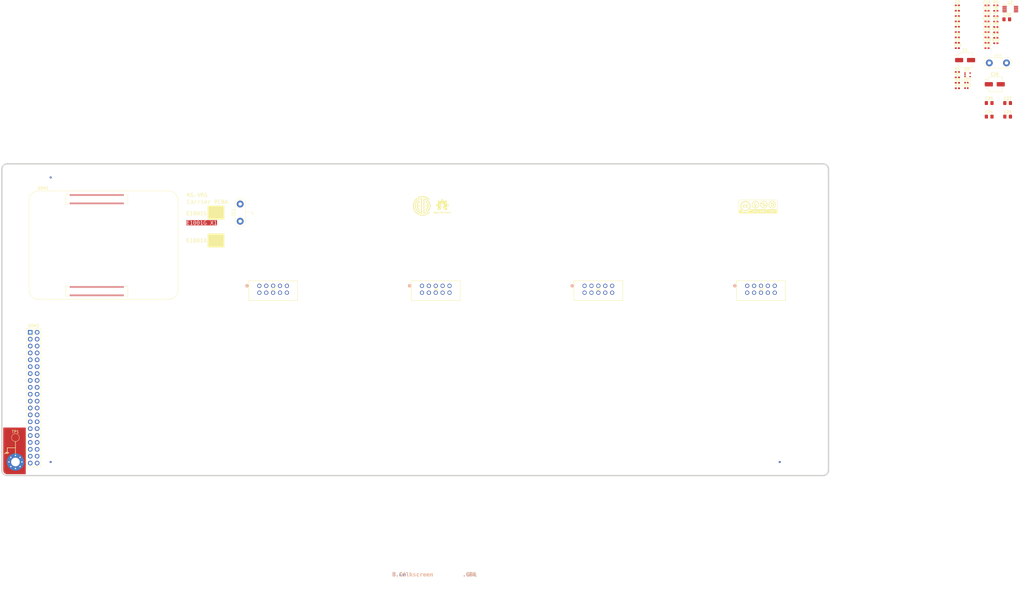
<source format=kicad_pcb>
(kicad_pcb
	(version 20241229)
	(generator "pcbnew")
	(generator_version "9.0")
	(general
		(thickness 1.6)
		(legacy_teardrops no)
	)
	(paper "USLegal")
	(layers
		(0 "F.Cu" signal)
		(4 "In1.Cu" signal)
		(6 "In2.Cu" signal)
		(2 "B.Cu" signal)
		(9 "F.Adhes" user "F.Adhesive")
		(11 "B.Adhes" user "B.Adhesive")
		(13 "F.Paste" user)
		(15 "B.Paste" user)
		(5 "F.SilkS" user "F.Silkscreen")
		(7 "B.SilkS" user "B.Silkscreen")
		(1 "F.Mask" user)
		(3 "B.Mask" user)
		(17 "Dwgs.User" user "User.Drawings")
		(19 "Cmts.User" user "User.Comments")
		(21 "Eco1.User" user "User.Eco1")
		(23 "Eco2.User" user "User.Eco2")
		(25 "Edge.Cuts" user "Board.Outline")
		(27 "Margin" user)
		(31 "F.CrtYd" user "F.Courtyard")
		(29 "B.CrtYd" user "B.Courtyard")
		(35 "F.Fab" user "F.Assembly")
		(33 "B.Fab" user "B.Assembly")
		(39 "User.1" user "Gerber.Title.Block")
		(41 "User.2" user "F.FabNotes")
		(43 "User.3" user "F.FabNotes2")
		(45 "User.4" user "B.FabNotes")
		(47 "User.5" user "B.FabNotes2")
		(49 "User.6" user)
		(51 "User.7" user)
		(53 "User.8" user)
		(55 "User.9" user)
	)
	(setup
		(stackup
			(layer "F.SilkS"
				(type "Top Silk Screen")
			)
			(layer "F.Paste"
				(type "Top Solder Paste")
			)
			(layer "F.Mask"
				(type "Top Solder Mask")
				(thickness 0.01)
			)
			(layer "F.Cu"
				(type "copper")
				(thickness 0.035)
			)
			(layer "dielectric 1"
				(type "prepreg")
				(thickness 0.1)
				(material "FR4")
				(epsilon_r 4.5)
				(loss_tangent 0.02)
			)
			(layer "In1.Cu"
				(type "copper")
				(thickness 0.035)
			)
			(layer "dielectric 2"
				(type "core")
				(thickness 1.24)
				(material "FR4")
				(epsilon_r 4.5)
				(loss_tangent 0.02)
			)
			(layer "In2.Cu"
				(type "copper")
				(thickness 0.035)
			)
			(layer "dielectric 3"
				(type "prepreg")
				(thickness 0.1)
				(material "FR4")
				(epsilon_r 4.5)
				(loss_tangent 0.02)
			)
			(layer "B.Cu"
				(type "copper")
				(thickness 0.035)
			)
			(layer "B.Mask"
				(type "Bottom Solder Mask")
				(thickness 0.01)
			)
			(layer "B.Paste"
				(type "Bottom Solder Paste")
			)
			(layer "B.SilkS"
				(type "Bottom Silk Screen")
			)
			(copper_finish "ENIG")
			(dielectric_constraints no)
		)
		(pad_to_mask_clearance 0)
		(allow_soldermask_bridges_in_footprints no)
		(tenting front back)
		(aux_axis_origin 100 150)
		(grid_origin 100 150)
		(pcbplotparams
			(layerselection 0x00000000_00000000_55555555_5755f5ff)
			(plot_on_all_layers_selection 0x00000000_00000000_00000080_02000000)
			(disableapertmacros no)
			(usegerberextensions yes)
			(usegerberattributes yes)
			(usegerberadvancedattributes yes)
			(creategerberjobfile yes)
			(dashed_line_dash_ratio 12.000000)
			(dashed_line_gap_ratio 3.000000)
			(svgprecision 4)
			(plotframeref no)
			(mode 1)
			(useauxorigin yes)
			(hpglpennumber 1)
			(hpglpenspeed 20)
			(hpglpendiameter 15.000000)
			(pdf_front_fp_property_popups yes)
			(pdf_back_fp_property_popups yes)
			(pdf_metadata yes)
			(pdf_single_document no)
			(dxfpolygonmode yes)
			(dxfimperialunits yes)
			(dxfusepcbnewfont yes)
			(psnegative no)
			(psa4output no)
			(plot_black_and_white yes)
			(sketchpadsonfab no)
			(plotpadnumbers no)
			(hidednponfab no)
			(sketchdnponfab yes)
			(crossoutdnponfab yes)
			(subtractmaskfromsilk no)
			(outputformat 1)
			(mirror no)
			(drillshape 0)
			(scaleselection 1)
			(outputdirectory "2_Fabrication/artwork/")
		)
	)
	(property "art_checked_date" "<art checked date>")
	(property "art_checker" "<art checker>")
	(property "art_eng" "<art engineer>")
	(property "art_eng_date" "<art engineer date>")
	(property "art_prj_eng_date" "<art prj eng date>")
	(property "art_rev" "X1")
	(property "base_pn" "E1001")
	(property "pcb_checked_date" "<pcb checked date>")
	(property "pcb_checker" "<pcb checker>")
	(property "pcb_eng" "<pcb engineer>")
	(property "pcb_eng_date" "<pcb engineer date>")
	(property "pcb_prj_eng_date" "<pcb prj eng date>")
	(property "pcb_rev" "X1")
	(property "pcba_checked_date" "<pcba checked date>")
	(property "pcba_checker" "<pcba checker>")
	(property "pcba_eng" "<pcba engineer>")
	(property "pcba_eng_date" "<pcba engineer date>")
	(property "pcba_name" "Carrier PCBA")
	(property "pcba_prj_eng_date" "<pcba prj eng date>")
	(property "pcba_rev" "X1")
	(property "prj_eng" "D. CLARK")
	(property "prj_license" "<prj license>")
	(property "prj_name" "KG-VRS")
	(property "sch_checked_date" "<sch checked date>")
	(property "sch_checker" "<sch checker>")
	(property "sch_eng" "D. CLARK")
	(property "sch_eng_date" "<sch engineer date>")
	(property "sch_prj_eng_date" "<sch prj eng date>")
	(property "sch_rev" "X1")
	(net 0 "")
	(net 1 "Earth")
	(net 2 "GND")
	(net 3 "+5V")
	(net 4 "+3V3_SOM")
	(net 5 "+1V8_SOM")
	(net 6 "+3V3")
	(net 7 "Net-(U3-XTALIN{slash}CLKIN)")
	(net 8 "Net-(U3-XTALOUT)")
	(net 9 "/Schematic Top Sheet/USB/VBUS_USB_HUB")
	(net 10 "Net-(LED1-A)")
	(net 11 "Net-(LED1-K)")
	(net 12 "Net-(LED2-K)")
	(net 13 "Net-(LED2-A)")
	(net 14 "/Schematic Top Sheet/MCU/WL_~{DISABLE}")
	(net 15 "/Schematic Top Sheet/MCU/BT_~{DISABLE}")
	(net 16 "Net-(U3-SDA{slash}SMBDATA{slash}NON_REM1)")
	(net 17 "Net-(U3-SCL{slash}SMBSCLK{slash}CFG_SEL0)")
	(net 18 "Net-(U3-HS_IND{slash}CFG_SEL1)")
	(net 19 "/Schematic Top Sheet/USB/VBUS_OTG")
	(net 20 "/Schematic Top Sheet/USB/EN_USB_OTG")
	(net 21 "Net-(U3-SUSP_IND{slash}LOCAL_PWR{slash}NON_REM0)")
	(net 22 "Net-(U3-RBIAS)")
	(net 23 "Net-(U5-ILIM)")
	(net 24 "unconnected-(SOM1B-SCL0-Pad80)")
	(net 25 "unconnected-(SOM1B-GPIO23-Pad47)")
	(net 26 "unconnected-(SOM1B-GPIO9-Pad40)")
	(net 27 "unconnected-(SOM1B-ID_SC-Pad35)")
	(net 28 "unconnected-(SOM1F-ETHERNET_SYNC_OUT-Pad18)")
	(net 29 "unconnected-(SOM1B-GPIO8-Pad39)")
	(net 30 "/Schematic Top Sheet/MCU/PI_LED_~{ACTIVITY}")
	(net 31 "unconnected-(SOM1B-GPIO25-Pad41)")
	(net 32 "/Schematic Top Sheet/MCU/EN_USB_OTG")
	(net 33 "unconnected-(SOM1B-GPIO12-Pad31)")
	(net 34 "unconnected-(SOM1B-GPIO20-Pad27)")
	(net 35 "unconnected-(SOM1F-ETHERNET_PAIR0_N-Pad10)")
	(net 36 "unconnected-(SOM1B-GPIO16-Pad29)")
	(net 37 "unconnected-(SOM1F-ETHERNET_PAIR2_P-Pad11)")
	(net 38 "/Schematic Top Sheet/MCU/MMDVM_TX")
	(net 39 "unconnected-(SOM1F-ETHERNET_~{LED3}-Pad19)")
	(net 40 "unconnected-(SOM1F-ETHERNET_PAIR1_P-Pad4)")
	(net 41 "unconnected-(SOM1B-GPIO13-Pad28)")
	(net 42 "unconnected-(SOM1B-GPIO18-Pad49)")
	(net 43 "unconnected-(SOM1B-GPIO6-Pad30)")
	(net 44 "unconnected-(SOM1B-GPIO22-Pad46)")
	(net 45 "unconnected-(SOM1B-GPIO21-Pad25)")
	(net 46 "unconnected-(SOM1B-GPIO4-Pad54)")
	(net 47 "unconnected-(SOM1B-GPIO10-Pad44)")
	(net 48 "unconnected-(SOM1B-GPIO11-Pad38)")
	(net 49 "unconnected-(SOM1F-ETHERNET_SYNC_IN-Pad16)")
	(net 50 "unconnected-(SOM1F-ETHERNET_PAIR3_P-Pad3)")
	(net 51 "/Schematic Top Sheet/MCU/PI_LED_~{PWR}")
	(net 52 "unconnected-(SOM1F-ETHERNET_PAIR1_N-Pad6)")
	(net 53 "unconnected-(SOM1F-ETHERNET_~{LED1}-Pad15)")
	(net 54 "/Schematic Top Sheet/MCU/D+")
	(net 55 "unconnected-(SOM1C-ANALOGIP0-Pad96)")
	(net 56 "unconnected-(SOM1B-GPIO7-Pad37)")
	(net 57 "unconnected-(SOM1B-SDA0-Pad82)")
	(net 58 "unconnected-(SOM1C-CAMERA_GPIO-Pad97)")
	(net 59 "unconnected-(SOM1B-ID_SD-Pad36)")
	(net 60 "unconnected-(SOM1B-GPIO24-Pad45)")
	(net 61 "unconnected-(SOM1B-GPIO26-Pad24)")
	(net 62 "unconnected-(SOM1F-ETHERNET_~{LED2}-Pad17)")
	(net 63 "/Schematic Top Sheet/MCU/MMDVM_SDA")
	(net 64 "unconnected-(SOM1C-ANALOGIP1-Pad94)")
	(net 65 "/Schematic Top Sheet/MCU/~{RPIBOOT}")
	(net 66 "unconnected-(SOM1F-ETHERNET_PAIR2_N-Pad9)")
	(net 67 "unconnected-(SOM1B-GPIO19-Pad26)")
	(net 68 "unconnected-(SOM1F-ETHERNET_PAIR3_N-Pad5)")
	(net 69 "unconnected-(SOM1B-GPIO5-Pad34)")
	(net 70 "unconnected-(SOM1C-GLOBAL_EN-Pad99)")
	(net 71 "unconnected-(SOM1B-GPIO27-Pad48)")
	(net 72 "unconnected-(SOM1F-ETHERNET_PAIR0_P-Pad12)")
	(net 73 "/Schematic Top Sheet/MCU/D-")
	(net 74 "/Schematic Top Sheet/MCU/~{EXTRST}")
	(net 75 "/Schematic Top Sheet/MCU/MMDVM_SCL")
	(net 76 "/Schematic Top Sheet/MCU/EEPROM_~{WP}")
	(net 77 "unconnected-(SOM1C-RUN_PG-Pad92)")
	(net 78 "unconnected-(SOM1B-GPIO17-Pad50)")
	(net 79 "/Schematic Top Sheet/MCU/MMDVM_RX")
	(net 80 "/Schematic Top Sheet/USB/USB_D-")
	(net 81 "/Schematic Top Sheet/USB/USB_HUB_D+")
	(net 82 "/Schematic Top Sheet/USB/USB_OTG_FILT_D-")
	(net 83 "/Schematic Top Sheet/USB/USB_OTG_FILT_D+")
	(net 84 "/Schematic Top Sheet/USB/USB_D+")
	(net 85 "/Schematic Top Sheet/USB/USB_HUB_D-")
	(net 86 "unconnected-(J2-Pad8)")
	(net 87 "/Schematic Top Sheet/USB/MODULE1/IN_D-")
	(net 88 "unconnected-(J2-Pad10)")
	(net 89 "/Schematic Top Sheet/USB/MODULE1/IN_D+")
	(net 90 "unconnected-(J2-Pad4)")
	(net 91 "unconnected-(J2-Pad9)")
	(net 92 "unconnected-(J2-Pad2)")
	(net 93 "unconnected-(J2-Pad6)")
	(net 94 "unconnected-(J3-Pad2)")
	(net 95 "unconnected-(J3-Pad9)")
	(net 96 "unconnected-(J3-Pad6)")
	(net 97 "unconnected-(J3-Pad4)")
	(net 98 "/Schematic Top Sheet/USB/MODULE2/IN_D+")
	(net 99 "unconnected-(J3-Pad10)")
	(net 100 "/Schematic Top Sheet/USB/MODULE2/IN_D-")
	(net 101 "unconnected-(J3-Pad8)")
	(net 102 "unconnected-(J4-Pad10)")
	(net 103 "unconnected-(J4-Pad6)")
	(net 104 "unconnected-(J4-Pad2)")
	(net 105 "/Schematic Top Sheet/USB/MODULE3/IN_D-")
	(net 106 "/Schematic Top Sheet/USB/MODULE3/IN_D+")
	(net 107 "unconnected-(J4-Pad9)")
	(net 108 "unconnected-(J4-Pad8)")
	(net 109 "unconnected-(J4-Pad4)")
	(net 110 "/Schematic Top Sheet/USB/MODULE4/IN_D-")
	(net 111 "unconnected-(J5-Pad4)")
	(net 112 "unconnected-(J5-Pad6)")
	(net 113 "/Schematic Top Sheet/USB/MODULE4/IN_D+")
	(net 114 "unconnected-(J5-Pad2)")
	(net 115 "unconnected-(J5-Pad9)")
	(net 116 "unconnected-(J5-Pad10)")
	(net 117 "unconnected-(J5-Pad8)")
	(net 118 "unconnected-(SOM2-GPIO20-Pad38)")
	(net 119 "unconnected-(SOM2-GPIO18-Pad12)")
	(net 120 "unconnected-(SOM2-GPIO0-Pad27)")
	(net 121 "unconnected-(SOM2-GPIO6-Pad31)")
	(net 122 "unconnected-(SOM2-GPIO1-Pad28)")
	(net 123 "unconnected-(SOM2-GPIO4-Pad7)")
	(net 124 "unconnected-(SOM2-GPIO13-Pad33)")
	(net 125 "unconnected-(SOM2-GPIO27-Pad13)")
	(net 126 "unconnected-(SOM2-GPIO5-Pad29)")
	(net 127 "unconnected-(SOM2-GPIO19-Pad35)")
	(net 128 "unconnected-(SOM2-GPIO12-Pad32)")
	(net 129 "unconnected-(SOM2-GPIO3-Pad5)")
	(net 130 "unconnected-(SOM2-GPIO9-Pad21)")
	(net 131 "unconnected-(SOM2-GPIO7-Pad26)")
	(net 132 "unconnected-(SOM2-GPIO26-Pad37)")
	(net 133 "unconnected-(SOM2-GPIO21-Pad40)")
	(net 134 "unconnected-(SOM2-GPIO24-Pad18)")
	(net 135 "unconnected-(SOM2-GPIO22-Pad15)")
	(net 136 "unconnected-(SOM2-GPIO14-Pad8)")
	(net 137 "unconnected-(SOM2-GPIO23-Pad16)")
	(net 138 "unconnected-(SOM2-3V3_Power-Pad17)")
	(net 139 "unconnected-(SOM2-GPIO8-Pad24)")
	(net 140 "unconnected-(SOM2-GPIO2-Pad3)")
	(net 141 "unconnected-(SOM2-GPIO25-Pad22)")
	(net 142 "unconnected-(SOM2-GPIO16-Pad36)")
	(net 143 "unconnected-(SOM2-GPIO11-Pad23)")
	(net 144 "unconnected-(SOM2-GPIO16-Pad10)_1")
	(net 145 "unconnected-(SOM2-GPIO10-Pad19)")
	(net 146 "unconnected-(SOM2-3V3_Power-Pad1)")
	(net 147 "unconnected-(SOM2-GPIO17-Pad11)")
	(footprint "Capacitor_SMD:C_0805_2012Metric_Pad1.18x1.45mm_HandSolder" (layer "F.Cu") (at 396.085 12.56))
	(footprint "Logos:footprint_ddcee_5x5" (layer "F.Cu") (at 180.25 50.5))
	(footprint "Capacitor_SMD:C_0805_2012Metric_Pad1.18x1.45mm_HandSolder" (layer "F.Cu") (at 389.275 12.56))
	(footprint "Resistor_SMD:R_0402_1005Metric_Pad0.72x0.64mm_HandSolder" (layer "F.Cu") (at 391.735 -23.44))
	(footprint "Capacitor_SMD:C_0402_1005Metric_Pad0.74x0.62mm_HandSolder" (layer "F.Cu") (at 388.485 -15.57))
	(footprint "CM4:Raspberry-Pi-4-Compute-Module" (layer "F.Cu") (at 60 65 -90))
	(footprint "Capacitor_SMD:C_0402_1005Metric_Pad0.74x0.62mm_HandSolder" (layer "F.Cu") (at 377.535 -17.54))
	(footprint "Capacitor_SMD:C_0402_1005Metric_Pad0.74x0.62mm_HandSolder" (layer "F.Cu") (at 388.485 -19.51))
	(footprint "Capacitor_SMD:C_0402_1005Metric_Pad0.74x0.62mm_HandSolder" (layer "F.Cu") (at 377.535 -19.51))
	(footprint "Logos:footprint_CC-BY-SA-NC"
		(layer "F.Cu")
		(uuid "39005f16-c023-47c5-a16f-010d1f5a4fa5")
		(at 304 50.75)
		(property "Reference" "G***"
			(at 0 0 0)
			(layer "F.SilkS")
			(hide yes)
			(uuid "9f340920-11cf-4e93-a9c4-41699b5a1c7a")
			(effects
				(font
					(size 1.5 1.5)
					(thickness 0.3)
				)
			)
		)
		(property "Value" "LOGO"
			(at 0.75 0 0)
			(layer "F.SilkS")
			(hide yes)
			(uuid "aac2a62b-dd54-4bd5-b6c8-0612bc4ea450")
			(effects
				(font
					(size 1.5 1.5)
					(thickness 0.3)
				)
			)
		)
		(property "Datasheet" ""
			(at 0 0 0)
			(layer "F.Fab")
			(hide yes)
			(uuid "eda9ee09-9e2b-44f3-af13-8b6b7e9e7565")
			(effects
				(font
					(size 1.27 1.27)
					(thickness 0.15)
				)
			)
		)
		(property "Description" ""
			(at 0 0 0)
			(layer "F.Fab")
			(hide yes)
			(uuid "3ac7399e-2400-4122-8a5b-ab160d25b346")
			(effects
				(font
					(size 1.27 1.27)
					(thickness 0.15)
				)
			)
		)
		(attr board_only exclude_from_pos_files exclude_from_bom allow_missing_courtyard)
		(fp_poly
			(pts
				(xy -1.417054 1.536917) (xy -1.379713 1.539911) (xy -1.35431 1.546153) (xy -1.33492 1.556664) (xy -1.32936 1.560827)
				(xy -1.304279 1.590837) (xy -1.297984 1.625457) (xy -1.306059 1.663744) (xy -1.32936 1.690087) (xy -1.348099 1.702087)
				(xy -1.371064 1.709509) (xy -1.404181 1.713375) (xy -1.453373 1.714708) (xy -1.472258 1.714768)
				(xy -1.583779 1.714768) (xy -1.583779 1.625457) (xy -1.583779 1.536146) (xy -1.472258 1.536146)
			)
			(stroke
				(width 0)
				(type solid)
			)
			(fill yes)
			(layer "F.SilkS")
			(uuid "62538c46-06c2-48ad-abcb-2e71e6e6baba")
		)
		(fp_poly
			(pts
				(xy -1.370046 1.839426) (xy -1.338957 1.847212) (xy -1.32251 1.854481) (xy -1.285176 1.885231) (xy -1.266493 1.925915)
				(xy -1.267296 1.970659) (xy -1.28842 2.013589) (xy -1.298287 2.024681) (xy -1.311528 2.035182) (xy -1.329382 2.042039)
				(xy -1.356759 2.045996) (xy -1.398566 2.047799) (xy -1.453253 2.048195) (xy -1.584706 2.048195)
				(xy -1.581265 1.943999) (xy -1.577825 1.839803) (xy -1.470652 1.836619) (xy -1.41178 1.836156)
			)
			(stroke
				(width 0)
				(type solid)
			)
			(fill yes)
			(layer "F.SilkS")
			(uuid "685b59a4-e9a6-470f-b36f-4de2a244ca92")
		)
		(fp_poly
			(pts
				(xy 5.470153 1.608587) (xy 5.475433 1.621278) (xy 5.486308 1.651687) (xy 5.501046 1.694873) (xy 5.51358 1.73263)
				(xy 5.530322 1.783458) (xy 5.544612 1.82654) (xy 5.554626 1.856394) (xy 5.558156 1.866596) (xy 5.55467 1.874197)
				(xy 5.535409 1.878882) (xy 5.497347 1.881119) (xy 5.461856 1.881481) (xy 5.360077 1.881481) (xy 5.407797 1.747706)
				(xy 5.429546 1.687224) (xy 5.444949 1.646056) (xy 5.455436 1.621008) (xy 5.462441 1.608884) (xy 5.467396 1.606489)
			)
			(stroke
				(width 0)
				(type solid)
			)
			(fill yes)
			(layer "F.SilkS")
			(uuid "e558b11a-e44a-48f1-8f90-3cda8c4621d6")
		)
		(fp_poly
			(pts
				(xy -0.897926 -1.584924) (xy -0.847294 -1.549351) (xy -0.810791 -1.496942) (xy -0.791744 -1.434378)
				(xy -0.79451 -1.381775) (xy -0.81514 -1.327376) (xy -0.849764 -1.27912) (xy -0.879984 -1.253425)
				(xy -0.932715 -1.231337) (xy -0.993136 -1.225919) (xy -1.051926 -1.23717) (xy -1.084854 -1.253425)
				(xy -1.132334 -1.297388) (xy -1.161411 -1.350715) (xy -1.172332 -1.408727) (xy -1.165343 -1.466749)
				(xy -1.140689 -1.520101) (xy -1.098617 -1.564108) (xy -1.067521 -1.582934) (xy -1.009623 -1.603361)
				(xy -0.955756 -1.603875)
			)
			(stroke
				(width 0)
				(type solid)
			)
			(fill yes)
			(layer "F.SilkS")
			(uuid "55dacb03-4e68-4cb3-89df-01fc8ae42f5b")
		)
		(fp_poly
			(pts
				(xy -0.886132 -1.143115) (xy -0.810835 -1.142787) (xy -0.753699 -1.141991) (xy -0.711899 -1.140522)
				(xy -0.682607 -1.138176) (xy -0.662996 -1.134748) (xy -0.650239 -1.130035) (xy -0.64151 -1.123831)
				(xy -0.635953 -1.118129) (xy -0.628939 -1.108912) (xy -0.623535 -1.096698) (xy -0.619533 -1.078514)
				(xy -0.616724 -1.051388) (xy -0.6149 -1.012348) (xy -0.613855 -0.95842) (xy -0.61338 -0.886632)
				(xy -0.613268 -0.794012) (xy -0.613268 -0.793633) (xy -0.613268 -0.494187) (xy -0.693648 -0.490666)
				(xy -0.774027 -0.487145) (xy -0.774027 -0.154262) (xy -0.774027 0.178621) (xy -0.982419 0.178621)
				(xy -1.190811 0.178621) (xy -1.190811 -0.154262) (xy -1.190811 -0.487145) (xy -1.271191 -0.490666)
				(xy -1.351571 -0.494187) (xy -1.351571 -0.793633) (xy -1.351459 -0.886335) (xy -1.350986 -0.958193)
				(xy -1.349943 -1.01218) (xy -1.348123 -1.05127) (xy -1.345318 -1.078433) (xy -1.34132 -1.096644)
				(xy -1.335922 -1.108875) (xy -1.328915 -1.118098) (xy -1.328886 -1.118129) (xy -1.321318 -1.125574)
				(xy -1.311826 -1.131377) (xy -1.297582 -1.135741) (xy -1.27576 -1.138872) (xy -1.243531 -1.140974)
				(xy -1.19807 -1.142251) (xy -1.136549 -1.142908) (xy -1.056141 -1.143148) (xy -0.982419 -1.143179)
			)
			(stroke
				(width 0)
				(type solid)
			)
			(fill yes)
			(layer "F.SilkS")
			(uuid "abdd1571-de3d-481b-aedf-c4f0fdfbd2ae")
		)
		(fp_poly
			(pts
				(xy -5.035831 -0.738057) (xy -4.945268 -0.71134) (xy -4.859119 -0.668131) (xy -4.782887 -0.612103)
				(xy -4.722072 -0.546931) (xy -4.700257 -0.513972) (xy -4.678948 -0.477013) (xy -4.800406 -0.416063)
				(xy -4.85341 -0.389927) (xy -4.889249 -0.373816) (xy -4.911768 -0.366533) (xy -4.924808 -0.366877)
				(xy -4.932212 -0.373652) (xy -4.932857 -0.374756) (xy -4.959949 -0.412884) (xy -4.995704 -0.450285)
				(xy -5.032052 -0.479068) (xy -5.048864 -0.48816) (xy -5.083517 -0.49612) (xy -5.131581 -0.499014)
				(xy -5.159575 -0.498152) (xy -5.226505 -0.487306) (xy -5.277519 -0.462254) (xy -5.317538 -0.419602)
				(xy -5.345083 -0.37023) (xy -5.359155 -0.337376) (xy -5.368248 -0.306938) (xy -5.373428 -0.272142)
				(xy -5.37576 -0.226219) (xy -5.376302 -0.171826) (xy -5.375948 -0.112438) (xy -5.373879 -0.070206)
				(xy -5.368924 -0.038475) (xy -5.35991 -0.01059) (xy -5.345663 0.020104) (xy -5.340788 0.029695)
				(xy -5.298969 0.091135) (xy -5.246617 0.131477) (xy -5.182193 0.151677) (xy -5.139454 0.154544)
				(xy -5.062021 0.1434) (xy -4.994882 0.110829) (xy -4.938413 0.057057) (xy -4.911313 0.017297) (xy -4.904049 0.008331)
				(xy -4.893295 0.005857) (xy -4.874841 0.011142) (xy -4.84448 0.025454) (xy -4.798004 0.050062) (xy -4.792232 0.053179)
				(xy -4.747346 0.077532) (xy -4.711013 0.09742) (xy -4.687858 0.110302) (xy -4.681987 0.113773) (xy -4.682875 0.127061)
				(xy -4.696898 0.152942) (xy -4.720795 0.186733) (xy -4.75131 0.223749) (xy -4.778907 0.253144) (xy -4.86013 0.317894)
				(xy -4.95477 0.365637) (xy -5.058561 0.395323) (xy -5.167239 0.405899) (xy -5.276537 0.396314) (xy -5.319775 0.386518)
				(xy -5.427808 0.346638) (xy -5.519101 0.289917) (xy -5.593324 0.216772) (xy -5.650148 0.127625)
				(xy -5.689241 0.022893) (xy -5.710274 -0.097002) (xy -5.711447 -0.110799) (xy -5.711007 -0.23677)
				(xy -5.690631 -0.352344) (xy -5.651872 -0.456077) (xy -5.596284 -0.546526) (xy -5.525422 -0.622251)
				(xy -5.440837 -0.681807) (xy -5.344086 -0.723752) (xy -5.23672 -0.746645) (xy -5.120294 -0.749042)
			)
			(stroke
				(width 0)
				(type solid)
			)
			(fill yes)
			(layer "F.SilkS")
			(uuid "2baf6bac-649b-4ac4-b350-64bdc697b19b")
		)
		(fp_poly
			(pts
				(xy -3.935115 -0.730556) (xy -3.837135 -0.698688) (xy -3.751897 -0.651274) (xy -3.748145 -0.64856)
				(xy -3.717435 -0.622542) (xy -3.683726 -0.588614) (xy -3.651612 -0.552141) (xy -3.625686 -0.518489)
				(xy -3.610541 -0.493026) (xy -3.608453 -0.485364) (xy -3.618334 -0.476855) (xy -3.6454 -0.460386)
				(xy -3.685409 -0.4384) (xy -3.729889 -0.415454) (xy -3.782664 -0.389352) (xy -3.818299 -0.373143)
				(xy -3.840738 -0.365645) (xy -3.853922 -0.365675) (xy -3.861797 -0.372049) (xy -3.863855 -0.375263)
				(xy -3.907666 -0.436089) (xy -3.956981 -0.475519) (xy -4.015645 -0.495914) (xy -4.067206 -0.500141)
				(xy -4.140604 -0.492002) (xy -4.199178 -0.466694) (xy -4.244515 -0.422877) (xy -4.278205 -0.359211)
				(xy -4.294003 -0.308938) (xy -4.309056 -0.220344) (xy -4.309785 -0.133157) (xy -4.297223 -0.051365)
				(xy -4.272407 0.021044) (xy -4.23637 0.080081) (xy -4.190149 0.121757) (xy -4.180851 0.127095) (xy -4.120803 0.148037)
				(xy -4.052922 0.154938) (xy -3.987787 0.147236) (xy -3.961855 0.138717) (xy -3.926161 0.116172)
				(xy -3.887074 0.079788) (xy -3.852036 0.036939) (xy -3.839643 0.017634) (xy -3.832501 0.008678)
				(xy -3.821904 0.006074) (xy -3.803698 0.011071) (xy -3.773731 0.024917) (xy -3.727849 0.048863)
				(xy -3.717585 0.054339) (xy -3.672272 0.079755) (xy -3.636109 0.10233) (xy -3.613525 0.119158) (xy -3.608158 0.126141)
				(xy -3.616282 0.146772) (xy -3.637818 0.178312) (xy -3.668513 0.215697) (xy -3.704114 0.253864)
				(xy -3.740366 0.287748) (xy -3.751873 0.297227) (xy -3.824274 0.345115) (xy -3.902319 0.376998)
				(xy -3.991847 0.394815) (xy -4.060666 0.399833) (xy -4.117201 0.400416) (xy -4.171089 0.39863) (xy -4.213523 0.394847)
				(xy -4.22528 0.392866) (xy -4.326389 0.359767) (xy -4.417446 0.306614) (xy -4.495766 0.236004) (xy -4.558658 0.150531)
				(xy -4.603437 0.052792) (xy -4.614001 0.017446) (xy -4.624339 -0.040674) (xy -4.630193 -0.112912)
				(xy -4.631532 -0.190877) (xy -4.628325 -0.266174) (xy -4.620543 -0.33041) (xy -4.615348 -0.354196)
				(xy -4.577565 -0.455191) (xy -4.522003 -0.546035) (xy -4.451632 -0.622971) (xy -4.369423 -0.682243)
				(xy -4.34646 -0.694304) (xy -4.25151 -0.728751) (xy -4.147702 -0.746) (xy -4.040437 -0.746465)
			)
			(stroke
				(width 0)
				(type solid)
			)
			(fill yes)
			(layer "F.SilkS")
			(uuid "78b435a9-6f36-42e2-84e4-d02ba1b351e4")
		)
		(fp_poly
			(pts
				(xy 5.285474 -1.439015) (xy 5.363418 -1.432103) (xy 5.412711 -1.422762) (xy 5.532618 -1.380402)
				(xy 5.639676 -1.318557) (xy 5.732299 -1.238727) (xy 5.808902 -1.142412) (xy 5.867899 -1.03111) (xy 5.889935 -0.971445)
				(xy 5.913312 -0.874001) (xy 5.926272 -0.7651) (xy 5.928299 -0.654431) (xy 5.918878 -0.551681) (xy 5.913765 -0.523957)
				(xy 5.877019 -0.402297) (xy 5.821286 -0.291042) (xy 5.748689 -0.192453) (xy 5.661351 -0.108788)
				(xy 5.561395 -0.042308) (xy 5.450944 0.004729) (xy 5.405054 0.017416) (xy 5.340288 0.027976) (xy 5.263313 0.033359)
				(xy 5.182716 0.033576) (xy 5.107086 0.028642) (xy 5.045009 0.018567) (xy 5.038377 0.016879) (xy 4.932889 -0.023432)
				(xy 4.838265 -0.083456) (xy 4.756725 -0.160709) (xy 4.690493 -0.25271) (xy 4.641789 -0.356978) (xy 4.61545 -0.455485)
				(xy 4.60736 -0.500141) (xy 4.780567 -0.500141) (xy 4.852293 -0.499608) (xy 4.90283 -0.497861) (xy 4.934784 -0.494675)
				(xy 4.950764 -0.489826) (xy 4.95384 -0.485256) (xy 4.965137 -0.424619) (xy 4.995498 -0.366213) (xy 5.040432 -0.315774)
				(xy 5.095446 -0.27904) (xy 5.123973 -0.268001) (xy 5.217099 -0.250402) (xy 5.30323 -0.254211) (xy 5.380531 -0.278799)
				(xy 5.447165 -0.323538) (xy 5.501297 -0.387801) (xy 5.508547 -0.399632) (xy 5.544374 -0.48012) (xy 5.568246 -0.575023)
				(xy 5.579862 -0.677985) (xy 5.578919 -0.782651) (xy 5.565118 -0.882664) (xy 5.538155 -0.971669)
				(xy 5.535941 -0.976917) (xy 5.504292 -1.030941) (xy 5.460211 -1.08076) (xy 5.410264 -1.120106) (xy 5.362873 -1.142209)
				(xy 5.282989 -1.155117) (xy 5.202549 -1.151525) (xy 5.127439 -1.132637) (xy 5.063546 -1.099656)
				(xy 5.034456 -1.075068) (xy 5.009387 -1.043471) (xy 4.984823 -1.003108) (xy 4.965091 -0.962219)
				(xy 4.954517 -0.929046) (xy 4.953774 -0.921382) (xy 4.964351 -0.918589) (xy 4.990771 -0.917038)
				(xy 5.001406 -0.916925) (xy 5.031242 -0.914898) (xy 5.047829 -0.909834) (xy 5.049039 -0.907791)
				(xy 5.041023 -0.896662) (xy 5.018906 -0.871941) (xy 4.985587 -0.83672) (xy 4.943963 -0.794088) (xy 4.91798 -0.768004)
				(xy 4.78692 -0.637351) (xy 4.647133 -0.777138) (xy 4.507346 -0.916925) (xy 4.562659 -0.916925) (xy 4.617971 -0.916925)
				(xy 4.632465 -0.979442) (xy 4.669845 -1.091302) (xy 4.726356 -1.191651) (xy 4.799823 -1.278215)
				(xy 4.888072 -1.348714) (xy 4.988931 -1.400871) (xy 5.055488 -1.422648) (xy 5.121926 -1.434285)
				(xy 5.201783 -1.439741)
			)
			(stroke
				(width 0)
				(type solid)
			)
			(fill yes)
			(layer "F.SilkS")
			(uuid "42fa50ff-041b-4652-b9a6-f4f43ee7f4d4")
		)
		(fp_poly
			(pts
				(xy -0.898715 -2.088236) (xy -0.834009 -2.087277) (xy -0.783485 -2.085163) (xy -0.742329 -2.081473)
				(xy -0.705723 -2.075786) (xy -0.668854 -2.067679) (xy -0.630251 -2.057639) (xy -0.466463 -2.004138)
				(xy -0.318647 -1.935632) (xy -0.182513 -1.849629) (xy -0.053771 -1.743639) (xy 0 -1.691685) (xy 0.111316 -1.568097)
				(xy 0.201677 -1.441973) (xy 0.27387 -1.308898) (xy 0.328328 -1.171531) (xy 0.372903 -1.002526) (xy 0.396447 -0.826262)
				(xy 0.398847 -0.646867) (xy 0.37999 -0.468468) (xy 0.351212 -0.33549) (xy 0.298488 -0.178325) (xy 0.226977 -0.032845)
				(xy 0.135025 0.10385) (xy 0.03293 0.222277) (xy -0.105225 0.350857) (xy -0.253371 0.457973) (xy -0.411146 0.543438)
				(xy -0.578192 0.607062) (xy -0.754148 0.648656) (xy -0.791889 0.654531) (xy -0.840508 0.65941) (xy -0.902773 0.662795)
				(xy -0.971313 0.66459) (xy -1.038759 0.664699) (xy -1.09774 0.663024) (xy -1.140887 0.659469) (xy -1.143179 0.659139)
				(xy -1.320688 0.623764) (xy -1.482097 0.572682) (xy -1.630414 0.504399) (xy -1.76865 0.417421) (xy -1.899813 0.310254)
				(xy -1.957431 0.254944) (xy -2.078462 0.119753) (xy -2.176923 -0.020728) (xy -2.253854 -0.16867)
				(xy -2.310295 -0.326244) (xy -2.347287 -0.49562) (xy -2.358431 -0.581658) (xy -2.363782 -0.726395)
				(xy -2.109737 -0.726395) (xy -2.101371 -0.565909) (xy -2.074501 -0.418904) (xy -2.028059 -0.282635)
				(xy -1.960975 -0.154355) (xy -1.872177 -0.031319) (xy -1.812433 0.036457) (xy -1.727524 0.121729)
				(xy -1.647382 0.190302) (xy -1.56601 0.246723) (xy -1.477409 0.295538) (xy -1.458744 0.304574) (xy -1.307531 0.363491)
				(xy -1.151375 0.399268) (xy -0.991358 0.411805) (xy -0.828562 0.401005) (xy -0.693431 0.374582)
				(xy -0.5574 0.3288) (xy -0.423651 0.262308) (xy -0.296466 0.178128) (xy -0.18013 0.079282) (xy -0.078925 -0.031209)
				(xy -0.035554 -0.089559) (xy 0.000425 -0.148741) (xy 0.037783 -0.221668) (xy 0.072372 -0.29926)
				(xy 0.100046 -0.372437) (xy 0.112413 -0.413532) (xy 0.135901 -0.538949) (xy 0.146163 -0.675536)
				(xy 0.143202 -0.814657) (xy 0.127024 -0.947681) (xy 0.112103 -1.016637) (xy 0.06602 -1.150616) (xy -0.001102 -1.281182)
				(xy -0.086484 -1.405039) (xy -0.187349 -1.518894) (xy -0.30092 -1.619452) (xy -0.424418 -1.703418)
				(xy -0.501198 -1.744024) (xy -0.603205 -1.786222) (xy -0.706693 -1.815671) (xy -0.818858 -1.834004)
				(xy -0.934787 -1.842415) (xy -1.099683 -1.839438) (xy -1.252269 -1.816572) (xy -1.394327 -1.773124)
				(xy -1.52764 -1.708403) (xy -1.653994 -1.621716) (xy -1.768711 -1.518885) (xy -1.880238 -1.39406)
				(xy -1.968807 -1.265472) (xy -2.035195 -1.131315) (xy -2.08018 -0.989781) (xy -2.104539 -0.839064)
				(xy -2.109737 -0.726395) (xy -2.363782 -0.726395) (xy -2.365 -0.759325) (xy -2.348412 -0.935375)
				(xy -2.309313 -1.107463) (xy -2.248353 -1.273242) (xy -2.166177 -1.430367) (xy -2.095066 -1.535712)
				(xy -2.03903 -1.604318) (xy -1.970792 -1.677737) (xy -1.896604 -1.749903) (xy -1.822718 -1.814755)
				(xy -1.755386 -1.866229) (xy -1.751509 -1.868883) (xy -1.658425 -1.92507) (xy -1.551203 -1.978256)
				(xy -1.439478 -2.024067) (xy -1.337011 -2.057024) (xy -1.294908 -2.067945) (xy -1.257909 -2.076008)
				(xy -1.221176 -2.081641) (xy -1.179869 -2.085274) (xy -1.129148 -2.087336) (xy -1.064173 -2.088256)
				(xy -0.982419 -2.088462)
			)
			(stroke
				(width 0)
				(type solid)
			)
			(fill yes)
			(layer "F.SilkS")
			(uuid "8a4da251-7923-4f8a-a502-ab19a369ee28")
		)
		(fp_poly
			(pts
				(xy 5.348151 -2.091884) (xy 5.435909 -2.084826) (xy 5.477731 -2.078848) (xy 5.654281 -2.036582)
				(xy 5.820526 -1.972922) (xy 5.97575 -1.888274) (xy 6.119236 -1.783046) (xy 6.250267 -1.657645) (xy 6.281808 -1.622249)
				(xy 6.389811 -1.481117) (xy 6.476022 -1.332838) (xy 6.540786 -1.17631) (xy 6.584449 -1.01043) (xy 6.607357 -0.834096)
				(xy 6.609854 -0.646207) (xy 6.606603 -0.586375) (xy 6.582961 -0.412342) (xy 6.536981 -0.245843)
				(xy 6.469234 -0.087898) (xy 6.380293 0.06047) (xy 6.270728 0.198239) (xy 6.141111 0.324389) (xy 6.061561 0.388388)
				(xy 5.91069 0.488041) (xy 5.752517 0.565198) (xy 5.585717 0.62042) (xy 5.442056 0.649652) (xy 5.378089 0.657064)
				(xy 5.303953 0.662173) (xy 5.227156 0.664785) (xy 5.155205 0.664709) (xy 5.095609 0.66175) (xy 5.072855 0.659139)
				(xy 4.937167 0.634528) (xy 4.81776 0.603147) (xy 4.707542 0.562809) (xy 4.607323 0.515467) (xy 4.454796 0.42296)
				(xy 4.314312 0.311455) (xy 4.188395 0.183525) (xy 4.079573 0.041739) (xy 3.990372 -0.111332) (xy 3.98948 -0.113127)
				(xy 3.92222 -0.274666) (xy 3.876649 -0.442295) (xy 3.852629 -0.613509) (xy 3.850063 -0.783148) (xy 4.101733 -0.783148)
				(xy 4.102398 -0.631143) (xy 4.124484 -0.480275) (xy 4.168152 -0.332605) (xy 4.233561 -0.190197)
				(xy 4.304527 -0.077403) (xy 4.409011 0.049578) (xy 4.527984 0.159662) (xy 4.65923 0.251506) (xy 4.800533 0.323771)
				(xy 4.949676 0.375115) (xy 5.099611 0.403647) (xy 5.15842 0.410189) (xy 5.202331 0.41374) (xy 5.240069 0.414323)
				(xy 5.280359 0.411961) (xy 5.331928 0.406678) (xy 5.352696 0.404322) (xy 5.45292 0.390018) (xy 5.539111 0.370596)
				(xy 5.620926 0.343364) (xy 5.708024 0.305629) (xy 5.709939 0.304724) (xy 5.847942 0.226967) (xy 5.976493 0.129953)
				(xy 6.09117 0.017448) (xy 6.179771 -0.095265) (xy 6.234714 -0.18356) (xy 6.278198 -0.27347) (xy 6.31519 -0.375447)
				(xy 6.319526 -0.389307) (xy 6.331087 -0.428287) (xy 6.339515 -0.462301) (xy 6.345301 -0.496292)
				(xy 6.348937 -0.535201) (xy 6.350914 -0.583971) (xy 6.351724 -0.647544) (xy 6.351861 -0.714487)
				(xy 6.351643 -0.793965) (xy 6.350662 -0.85457) (xy 6.348427 -0.901242) (xy 6.344446 -0.938922) (xy 6.338229 -0.972552)
				(xy 6.329286 -1.007072) (xy 6.319563 -1.039538) (xy 6.277002 -1.15858) (xy 6.225592 -1.264406) (xy 6.16181 -1.362548)
				(xy 6.082136 -1.458541) (xy 5.999411 -1.542457) (xy 5.879623 -1.644125) (xy 5.755368 -1.723961)
				(xy 5.624323 -1.782807) (xy 5.484163 -1.821508) (xy 5.332565 -1.840908) (xy 5.174074 -1.842154)
				(xy 5.016544 -1.826099) (xy 4.871574 -1.791183) (xy 4.736915 -1.736359) (xy 4.610321 -1.660579)
				(xy 4.489545 -1.562797) (xy 4.414127 -1.488041) (xy 4.310087 -1.361288) (xy 4.226667 -1.225359)
				(xy 4.164028 -1.082319) (xy 4.12233 -0.934227) (xy 4.101733 -0.783148) (xy 3.850063 -0.783148) (xy 3.850023 -0.785805)
				(xy 3.868695 -0.956679) (xy 3.908507 -1.123626) (xy 3.969322 -1.284142) (xy 4.051003 -1.435723)
				(xy 4.06288 -1.454234) (xy 4.175621 -1.607121) (xy 4.300678 -1.739669) (xy 4.438382 -1.852123) (xy 4.589067 -1.944725)
				(xy 4.753065 -2.017719) (xy 4.892324 -2.0617) (xy 4.963332 -2.07581) (xy 5.051147 -2.08608) (xy 5.149041 -2.092314)
				(xy 5.250285 -2.094315)
			)
			(stroke
				(width 0)
				(type solid)
			)
			(fill yes)
			(layer "F.SilkS")
			(uuid "9cfbe631-d301-4eca-84a1-5e0e539bee40")
		)
		(fp_poly
			(pts
				(xy -4.526076 -2.030693) (xy -4.315526 -2.006453) (xy -4.113698 -1.960421) (xy -3.921288 -1.892898)
				(xy -3.738994 -1.804187) (xy -3.567511 -1.694587) (xy -3.407537 -1.5644) (xy -3.259768 -1.413927)
				(xy -3.228368 -1.377419) (xy -3.102116 -1.210213) (xy -2.997916 -1.035083) (xy -2.914875 -0.850169)
				(xy -2.852096 -0.653611) (xy -2.826187 -0.541387) (xy -2.815683 -0.470705) (xy -2.808331 -0.382147)
				(xy -2.804093 -0.281427) (xy -2.802928 -0.174263) (xy -2.804796 -0.06637) (xy -2.809657 0.036537)
				(xy -2.817472 0.12874) (xy -2.8282 0.204524) (xy -2.831512 0.22107) (xy -2.887213 0.426383) (xy -2.962492 0.618351)
				(xy -3.05757 0.797294) (xy -3.172668 0.963535) (xy -3.308007 1.117395) (xy -3.463809 1.259194) (xy -3.629451 1.382003)
				(xy -3.805677 1.487355) (xy -3.989033 1.570548) (xy -4.182233 1.632719) (xy -4.2857 1.656753) (xy -4.336954 1.664768)
				(xy -4.405448 1.672002) (xy -4.485519 1.678196) (xy -4.571505 1.683091) (xy -4.657746 1.686427)
				(xy -4.738577 1.687947) (xy -4.808339 1.68739) (xy -4.861369 1.684498) (xy -4.870417 1.683499) (xy -4.945864 1.671531)
				(xy -5.033934 1.653725) (xy -5.124848 1.632323) (xy -5.208829 1.60957) (xy -5.254178 1.595418) (xy -5.431774 1.523753)
				(xy -5.603064 1.430864) (xy -5.765844 1.318976) (xy -5.917913 1.190312) (xy -6.057067 1.047098)
				(xy -6.181104 0.891558) (xy -6.287822 0.725917) (xy -6.375019 0.552399) (xy -6.429668 0.40809) (xy -6.478811 0.220132)
				(xy -6.508014 0.024335) (xy -6.515364 -0.132308) (xy -6.177283 -0.132308) (xy -6.173073 -0.031097)
				(xy -6.164651 0.061766) (xy -6.152168 0.138756) (xy -6.151979 0.139626) (xy -6.101923 0.317499)
				(xy -6.031818 0.484085) (xy -5.940779 0.641023) (xy -5.827919 0.789952) (xy -5.75973 0.865385) (xy -5.616173 1.000064)
				(xy -5.46358 1.113494) (xy -5.302762 1.20522) (xy -5.134534 1.274788) (xy -4.959708 1.321742) (xy -4.934756 1.326484)
				(xy -4.864544 1.335623) (xy -4.778088 1.341487) (xy -4.682736 1.344057) (xy -4.585835 1.343314)
				(xy -4.494735 1.339241) (xy -4.416783 1.331819) (xy -4.39064 1.327857) (xy -4.213196 1.285039) (xy -4.041906 1.220394)
				(xy -3.878982 1.135584) (xy -3.726638 1.032272) (xy -3.587088 0.912118) (xy -3.462543 0.776784)
				(xy -3.355219 0.627933) (xy -3.280248 0.494186) (xy -3.212049 0.32938) (xy -3.164689 0.156453) (xy -3.137977 -0.02178)
				(xy -3.131725 -0.202505) (xy -3.145743 -0.382906) (xy -3.179842 -0.560172) (xy -3.233831 -0.731486)
				(xy -3.307523 -0.894035) (xy -3.382066 -1.018144) (xy -3.478188 -1.144384) (xy -3.590886 -1.265477)
				(xy -3.713989 -1.375425) (xy -3.841324 -1.468232) (xy -3.852898 -1.475613) (xy -4.010436 -1.561026)
				(xy -4.177917 -1.626144) (xy -4.35265 -1.670861) (xy -4.531945 -1.69507) (xy -4.713112 -1.698668)
				(xy -4.89346 -1.681547) (xy -5.0703 -1.643602) (xy -5.240941 -1.584728) (xy -5.348883 -1.534344)
				(xy -5.476842 -1.457156) (xy -5.603622 -1.360622) (xy -5.724958 -1.24901) (xy -5.836587 -1.12659)
				(xy -5.934242 -0.997631) (xy -6.01076 -0.871874) (xy -6.056514 -0.774128) (xy -6.098628 -0.661805)
				(xy -6.134052 -0.544133) (xy -6.159735 -0.430342) (xy -6.163118 -0.410801) (xy -6.172458 -0.329684)
				(xy -6.177129 -0.234345) (xy -6.177283 -0.132308) (xy -6.515364 -0.132308) (xy -6.517384 -0.175349)
				(xy -6.507028 -0.374966) (xy -6.47705 -0.570566) (xy -6.427559 -0.758194) (xy -6.395924 -0.846773)
				(xy -6.323562 -1.008989) (xy -6.236646 -1.160768) (xy -6.132397 -1.306314) (xy -6.008037 -1.449829)
				(xy -5.972944 -1.48643) (xy -5.818025 -1.630135) (xy -5.655659 -1.751354) (xy -5.484943 -1.850487)
				(xy -5.304974 -1.927937) (xy -5.114847 -1.984105) (xy -4.91366 -2.019393) (xy -4.744651 -2.03284)
			)
			(stroke
				(width 0)
				(type solid)
			)
			(fill yes)
			(layer "F.SilkS")
			(uuid "495a701c-7bbf-449c-ad56-f25b5ebad80b")
		)
		(fp_poly
			(pts
				(xy 2.252949 -2.092624) (xy 2.369714 -2.079251) (xy 2.538329 -2.039937) (xy 2.699937 -1.978866)
				(xy 2.852547 -1.897561) (xy 2.994166 -1.797548) (xy 3.122803 -1.68035) (xy 3.236466 -1.547492) (xy 3.333162 -1.400499)
				(xy 3.383507 -1.303386) (xy 3.442516 -1.150577) (xy 3.482347 -0.987401) (xy 3.502962 -0.817662)
				(xy 3.504327 -0.645164) (xy 3.486404 -0.473712) (xy 3.449158 -0.307108) (xy 3.394505 -0.153671)
				(xy 3.341248 -0.044778) (xy 3.277592 0.056119) (xy 3.199468 0.154823) (xy 3.114773 0.245225) (xy 2.978136 0.368523)
				(xy 2.836104 0.469244) (xy 2.686789 0.548365) (xy 2.528299 0.606866) (xy 2.358746 0.645727) (xy 2.334039 0.649652)
				(xy 2.270072 0.657064) (xy 2.195937 0.662173) (xy 2.119139 0.664785) (xy 2.047188 0.664709) (xy 1.987592 0.66175)
				(xy 1.964838 0.659139) (xy 1.824158 0.633358) (xy 1.700042 0.600078) (xy 1.585881 0.557291) (xy 1.50681 0.519815)
				(xy 1.371618 0.438713) (xy 1.240958 0.338238) (xy 1.119345 0.222797) (xy 1.011295 0.096793) (xy 0.921323 -0.035367)
				(xy 0.900762 -0.071449) (xy 0.829684 -0.226019) (xy 0.779681 -0.388618) (xy 0.750561 -0.556563)
				(xy 0.744482 -0.679534) (xy 0.99447 -0.679534) (xy 1.010919 -0.524806) (xy 1.048519 -0.37342) (xy 1.106259 -0.229291)
				(xy 1.183127 -0.096332) (xy 1.195047 -0.079266) (xy 1.234937 -0.029254) (xy 1.288002 0.029167) (xy 1.348398 0.090249)
				(xy 1.410282 0.148245) (xy 1.467807 0.197409) (xy 1.504312 0.224847) (xy 1.623877 0.294414) (xy 1.757318 0.349655)
				(xy 1.897864 0.38812) (xy 1.998976 0.403978) (xy 2.055901 0.409898) (xy 2.09693 0.413358) (xy 2.129853 0.414368)
				(xy 2.162462 0.412939) (xy 2.202548 0.409083) (xy 2.244679 0.404322) (xy 2.344903 0.390018) (xy 2.431094 0.370596)
				(xy 2.512909 0.343364) (xy 2.600007 0.305629) (xy 2.601922 0.304724) (xy 2.732246 0.231572) (xy 2.856207 0.139892)
				(xy 2.968415 0.034285) (xy 3.06348 -0.08065) (xy 3.078194 -0.101737) (xy 3.098148 -0.134178) (xy 3.109457 -0.158698)
				(xy 3.110145 -0.168645) (xy 3.096887 -0.176067) (xy 3.066051 -0.190934) (xy 3.021339 -0.211615)
				(xy 2.966454 -0.236479) (xy 2.905098 -0.263896) (xy 2.840974 -0.292233) (xy 2.777784 -0.319861)
				(xy 2.719229 -0.345149) (xy 2.669014 -0.366464) (xy 2.630839 -0.382177) (xy 2.608408 -0.390657)
				(xy 2.604042 -0.391588) (xy 2.597852 -0.379117) (xy 2.584992 -0.351561) (xy 2.572394 -0.324008)
				(xy 2.539237 -0.268983) (xy 2.492476 -0.214398) (xy 2.43925 -0.167451) (xy 2.386695 -0.135343) (xy 2.384347 -0.134314)
				(xy 2.344712 -0.119757) (xy 2.297584 -0.10571) (xy 2.280403 -0.101409) (xy 2.220863 -0.08757) (xy 2.217422 0.015755)
				(xy 2.213981 0.119081) (xy 2.137042 0.119081) (xy 2.060103 0.119081) (xy 2.060103 0.011908) (xy 2.060103 -0.095265)
				(xy 2.021402 -0.095406) (xy 1.963832 -0.102323) (xy 1.894802 -0.120772) (xy 1.821788 -0.147847)
				(xy 1.752268 -0.180638) (xy 1.693718 -0.216238) (xy 1.67616 -0.229682) (xy 1.643507 -0.25677) (xy 1.737124 -0.349838)
				(xy 1.830742 -0.442907) (xy 1.894813 -0.400496) (xy 1.968227 -0.361247) (xy 2.045684 -0.33619) (xy 2.121995 -0.326013)
				(xy 2.191973 -0.331408) (xy 2.250429 -0.353063) (xy 2.2506 -0.353164) (xy 2.285834 -0.385514) (xy 2.306056 -0.427989)
				(xy 2.30965 -0.473517) (xy 2.295 -0.515025) (xy 2.289334 -0.522714) (xy 2.276023 -0.530795) (xy 2.243369 -0.547445)
				(xy 2.193794 -0.571561) (xy 2.12972 -0.602041) (xy 2.053566 -0.637779) (xy 1.967755 -0.677674) (xy 1.874707 -0.720621)
				(xy 1.776843 -0.765516) (xy 1.676586 -0.811258) (xy 1.576354 -0.856741) (xy 1.478571 -0.900862)
				(xy 1.385657 -0.942519) (xy 1.300032 -0.980607) (xy 1.224119 -1.014023) (xy 1.160338 -1.041664)
				(xy 1.111111 -1.062426) (xy 1.078858 -1.075206) (xy 1.071575 -1.077733) (xy 1.055939 -1.07105) (xy 1.040562 -1.042179)
				(xy 1.025922 -0.992747) (xy 1.012492 -0.924381) (xy 1.00075 -0.838707) (xy 1.000182 -0.83369) (xy 0.99447 -0.679534)
				(xy 0.744482 -0.679534) (xy 0.742127 -0.727168) (xy 0.754186 -0.897751) (xy 0.786543 -1.065626)
				(xy 0.839004 -1.228111) (xy 0.888943 -1.334661) (xy 1.178244 -1.334661) (xy 1.211838 -1.317289)
				(xy 1.232886 -1.307197) (xy 1.271784 -1.289289) (xy 1.324588 -1.265353) (xy 1.387354 -1.237176)
				(xy 1.456136 -1.206543) (xy 1.465215 -1.202517) (xy 1.532411 -1.172669) (xy 1.592156 -1.146) (xy 1.641034 -1.124046)
				(xy 1.675629 -1.108341) (xy 1.692526 -1.100421) (xy 1.693472 -1.099911) (xy 1.703384 -1.106223)
				(xy 1.718568 -1.128207) (xy 1.725759 -1.141382) (xy 1.775249 -1.212776) (xy 1.842572 -1.269609)
				(xy 1.925672 -1.310423) (xy 1.988654 -1.327977) (xy 2.054149 -1.341458) (xy 2.060103 -1.447733)
				(xy 2.066057 -1.554009) (xy 2.140483 -1.557554) (xy 2.214908 -1.561099) (xy 2.214908 -1.453585)
				(xy 2.214908 -1.346071) (xy 2.247656 -1.339858) (xy 2.349471 -1.317207) (xy 2.430285 -1.291628)
				(xy 2.492824 -1.262243) (xy 2.497726 -1.259336) (xy 2.530534 -1.238477) (xy 2.553172 -1.222162)
				(xy 2.560244 -1.214791) (xy 2.552318 -1.204126) (xy 2.530919 -1.180647) (xy 2.499619 -1.148174)
				(xy 2.473233 -1.121647) (xy 2.386222 -1.035217) (xy 2.31545 -1.068168) (xy 2.269544 -1.086992) (xy 2.227004 -1.097168)
				(xy 2.17646 -1.101021) (xy 2.153307 -1.101309) (xy 2.085051 -1.097025) (xy 2.036904 -1.083047) (xy 2.006724 -1.058181)
				(xy 1.992373 -1.021234) (xy 1.991079 -1.010814) (xy 1.987549 -0.970125) (xy 2.592438 -0.70034) (xy 2.705357 -0.650069)
				(xy 2.811911 -0.602809) (xy 2.910088 -0.55944) (xy 2.997879 -0.52084) (xy 3.073274 -0.48789) (xy 3.134264 -0.461469)
				(xy 3.178837 -0.442457) (xy 3.204984 -0.431733) (xy 3.211137 -0.429624) (xy 3.220152 -0.440141)
				(xy 3.230046 -0.469644) (xy 3.239221 -0.513325) (xy 3.245877 -0.573824) (xy 3.248927 -0.649582)
				(xy 3.248615 -0.733859) (xy 3.245184 -0.819914) (xy 3.238876 -0.901009) (xy 3.229934 -0.970404)
				(xy 3.221256 -1.01219) (xy 3.173302 -1.149298) (xy 3.104581 -1.283512) (xy 3.018046 -1.409808) (xy 2.926691 -1.513238)
				(xy 2.810551 -1.617228) (xy 2.689437 -1.700309) (xy 2.558566 -1.765387) (xy 2.444596 -1.806144)
				(xy 2.404105 -1.817967) (xy 2.368429 -1.8265) (xy 2.332308 -1.832294) (xy 2.290482 -1.8359) (xy 2.237691 -1.837869)
				(xy 2.168676 -1.838752) (xy 2.131552 -1.83894) (xy 2.030921 -1.837946) (xy 1.947996 -1.833368) (xy 1.876794 -1.824096)
				(xy 1.811334 -1.809017) (xy 1.745633 -1.787022) (xy 1.673709 -1.757) (xy 1.662066 -1.751759) (xy 1.556486 -1.694581)
				(xy 1.449941 -1.619856) (xy 1.348767 -1.532704) (xy 1.259296 -1.43825) (xy 1.230894 -1.403084) (xy 1.178244 -1.334661)
				(xy 0.888943 -1.334661) (xy 0.911374 -1.38252) (xy 1.003459 -1.526169) (xy 1.006455 -1.530192) (xy 1.118006 -1.662388)
				(xy 1.243515 -1.780637) (xy 1.37974 -1.882552) (xy 1.523439 -1.965746) (xy 1.67137 -2.027832) (xy 1.690952 -2.034295)
				(xy 1.818872 -2.06662) (xy 1.960277 -2.087455) (xy 2.107519 -2.096292)
			)
			(stroke
				(width 0)
				(type solid)
			)
			(fill yes)
			(layer "F.SilkS")
			(uuid "fdf0b200-e360-44d0-94c1-6d31161af2d6")
		)
		(fp_poly
			(pts
				(xy 1.395862 -2.500452) (xy 1.817002 -2.500431) (xy 2.216573 -2.500395) (xy 2.595135 -2.500343)
				(xy 2.95325 -2.500273) (xy 3.29148 -2.500184) (xy 3.610386 -2.500075) (xy 3.91053 -2.499943) (xy 4.192474 -2.499788)
				(xy 4.456778 -2.499608) (xy 4.704005 -2.499401) (xy 4.934716 -2.499167) (xy 5.149473 -2.498903)
				(xy 5.348836 -2.498608) (xy 5.533369 -2.498281) (xy 5.703632 -2.49792) (xy 5.860187 -2.497524) (xy 6.003595 -2.497092)
				(xy 6.134418 -2.496621) (xy 6.253218 -2.49611) (xy 6.360556 -2.495558) (xy 6.456994 -2.494964) (xy 6.543093 -2.494326)
				(xy 6.619415 -2.493642) (xy 6.686521 -2.492911) (xy 6.744973 -2.492132) (xy 6.795333 -2.491303)
				(xy 6.838161 -2.490423) (xy 6.874021 -2.489489) (xy 6.903472 -2.488502) (xy 6.927078 -2.487459)
				(xy 6.945398 -2.486358) (xy 6.958996 -2.485199) (xy 6.968432 -2.48398) (xy 6.974268 -2.482699) (xy 6.975558 -2.482238)
				(xy 7.034379 -2.446918) (xy 7.086452 -2.395909) (xy 7.122243 -2.339944) (xy 7.124845 -2.333703)
				(xy 7.127236 -2.326008) (xy 7.129423 -2.315868) (xy 7.131417 -2.302292) (xy 7.133225 -2.284287)
				(xy 7.134858 -2.260863) (xy 7.136324 -2.231028) (xy 7.137632 -2.193791) (xy 7.138793 -2.14816) (xy 7.139814 -2.093143)
				(xy 7.140705 -2.027749) (xy 7.141476 -1.950987) (xy 7.142134 -1.861865) (xy 7.14269 -1.759391) (xy 7.143153 -1.642575)
				(xy 7.143531 -1.510424) (xy 7.143834 -1.361947) (xy 7.144071 -1.196153) (xy 7.144251 -1.01205) (xy 7.144384 -0.808647)
				(xy 7.144477 -0.584952) (xy 7.144542 -0.339974) (xy 7.144586 -0.072721) (xy 7.144605 0.085483) (xy 7.144623 0.367044)
				(xy 7.144609 0.625751) (xy 7.144554 0.862566) (xy 7.144452 1.07845) (xy 7.144295 1.274367) (xy 7.144075 1.451278)
				(xy 7.143786 1.610145) (xy 7.14342 1.751931) (xy 7.142969 1.877596) (xy 7.142426 1.988105) (xy 7.141783 2.084417)
				(xy 7.141034 2.167496) (xy 7.14017 2.238304) (xy 7.139185 2.297803) (xy 7.138071 2.346954) (xy 7.13682 2.38672)
				(xy 7.135426 2.418063) (xy 7.13388 2.441945) (xy 7.132176 2.459328) (xy 7.130305 2.471174) (xy 7.128261 2.478445)
				(xy 7.126154 2.48199) (xy 7.123395 2.483293) (xy 7.117418 2.484535) (xy 7.107669 2.485716) (xy 7.093592 2.48684)
				(xy 7.074634 2.487906) (xy 7.050241 2.488917) (xy 7.019859 2.489874) (xy 6.982932 2.490779) (xy 6.938908 2.491632)
				(xy 6.887231 2.492436) (xy 6.827348 2.493191) (xy 6.758704 2.4939) (xy 6.680745 2.494564) (xy 6.592917 2.495184)
				(xy 6.494665 2.495761) (xy 6.385436 2.496298) (xy 6.264675 2.496795) (xy 6.131828 2.497254) (xy 5.986341 2.497677)
				(xy 5.82766 2.498065) (xy 5.655229 2.498419) (xy 5.468496 2.49874) (xy 5.266905 2.499031) (xy 5.049904 2.499293)
				(xy 4.816936 2.499527) (xy 4.567449 2.499735) (xy 4.300887 2.499918) (xy 4.016698 2.500077) (xy 3.714326 2.500215)
				(xy 3.393217 2.500332) (xy 3.052817 2.500429) (xy 2.692572 2.50051) (xy 2.311928 2.500574) (xy 1.91033 2.500623)
				(xy 1.487224 2.500659) (xy 1.042056 2.500684) (xy 0.574272 2.500698) (xy 0.083317 2.500703) (xy 0 2.500703)
				(xy -0.494833 2.500699) (xy -0.966404 2.500687) (xy -1.415268 2.500664) (xy -1.841977 2.50063) (xy -2.247088 2.500583)
				(xy -2.631153 2.500521) (xy -2.994728 2.500444) (xy -3.338365 2.500349) (xy -3.662621 2.500235)
				(xy -3.968048 2.500101) (xy -4.255201 2.499946) (xy -4.524634 2.499767) (xy -4.776902 2.499563)
				(xy -5.012559 2.499334) (xy -5.232158 2.499077) (xy -5.436255 2.49879) (xy -5.625403 2.498474) (xy -5.800156 2.498125)
				(xy -5.961069 2.497743) (xy -6.108696 2.497327) (xy -6.243592 2.496874) (xy -6.36631 2.496383) (xy -6.477404 2.495853)
				(xy -6.57743 2.495282) (xy -6.666941 2.494669) (xy -6.746491 2.494013) (xy -6.816634 2.493312) (xy -6.877925 2.492564)
				(xy -6.930919 2.491768) (xy -6.976168 2.490923) (xy -7.014229 2
... [1602846 chars truncated]
</source>
